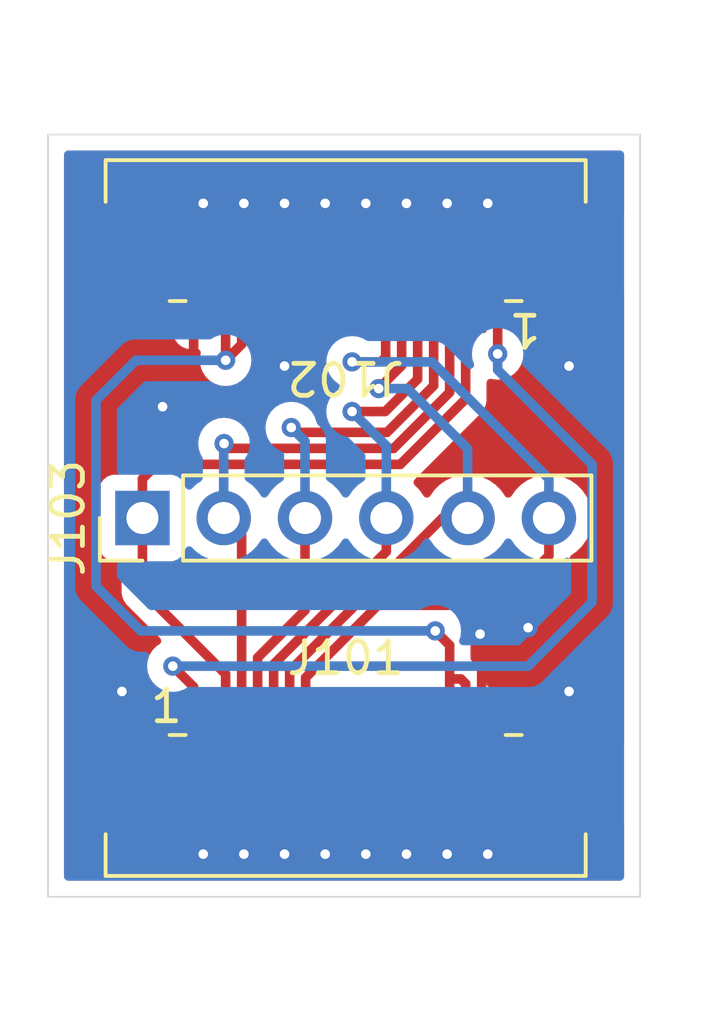
<source format=kicad_pcb>
(kicad_pcb (version 20240108) (generator "pcbnew") (generator_version "8.0")
  (title_block (comment 4 "AISLER Project ID: PWWQFCDG"))
  (layers (0 "F.Cu" signal) (31 "B.Cu" signal) (34 "B.Paste" user) (35 "F.Paste" user) (36 "B.SilkS" user "B.Silkscreen") (37 "F.SilkS" user "F.Silkscreen") (38 "B.Mask" user) (39 "F.Mask" user) (44 "Edge.Cuts" user))
  (net 0 "")
  (net 2 "GND")
  (net 3 "/QSPI_CS")
  (net 6 "/~{PD}")
  (net 7 "/SPI_MISO")
  (net 8 "+5V")
  (net 9 "/~{INT}")
  (net 10 "+3V3")
  (net 12 "/SPI_MOSI")
  (net 13 "/QSPI_CLK")
  (footprint "mylib_connector:FPC_BOTTOM_20POS_Würth_68712014522" (layer "F.Cu") (at 140.8 78.8 180)
    (property "Reference" "J102" (at 0 -2 180) (layer "F.SilkS"))
    (property "Value" "Conn_01x20")
    (fp_line (start 7.5 4.8) (end 7.5 3.5) (stroke (width 0.12)) (layer "F.SilkS"))
    (fp_line (start 5 0.4) (end 5.5 0.4) (stroke (width 0.12)) (layer "F.SilkS"))
    (fp_line (start -5.5 0.4) (end -5 0.4) (stroke (width 0.12)) (layer "F.SilkS"))
    (fp_line (start -7.5 4.8) (end 7.5 4.8) (stroke (width 0.12)) (layer "F.SilkS"))
    (fp_line (start -7.5 4.8) (end -7.5 3.5) (stroke (width 0.12)) (layer "F.SilkS"))
    (fp_text user "1" (at -5.6 -0.5 180) (layer "F.SilkS"))
    (pad "" smd roundrect (at -6.68 1.9 180) (size 2.7 3) (layers "F.Cu" "F.Paste" "F.Mask"))
    (pad "" smd roundrect (at 6.68 1.9 180) (size 2.7 3) (layers "F.Cu" "F.Paste" "F.Mask"))
    (pad "1" smd roundrect (at -4.75 0 180) (size 0.3 1.2) (layers "F.Cu" "F.Paste" "F.Mask") (net 10 "+3V3"))
    (pad "2" smd roundrect (at -4.25 0 180) (size 0.3 1.2) (layers "F.Cu" "F.Paste" "F.Mask") (net 2 "GND"))
    (pad "3" smd roundrect (at -3.75 0 180) (size 0.3 1.2) (layers "F.Cu" "F.Paste" "F.Mask") (net 13 "/QSPI_CLK"))
    (pad "4" smd roundrect (at -3.25 0 180) (size 0.3 1.2) (layers "F.Cu" "F.Paste" "F.Mask") (net 7 "/SPI_MISO"))
    (pad "5" smd roundrect (at -2.75 0 180) (size 0.3 1.2) (layers "F.Cu" "F.Paste" "F.Mask") (net 12 "/SPI_MOSI"))
    (pad "6" smd roundrect (at -2.25 0 180) (size 0.3 1.2) (layers "F.Cu" "F.Paste" "F.Mask") (net 3 "/QSPI_CS"))
    (pad "7" smd roundrect (at -1.75 0 180) (size 0.3 1.2) (layers "F.Cu" "F.Paste" "F.Mask") (net 9 "/~{INT}"))
    (pad "8" smd roundrect (at -1.25 0 180) (size 0.3 1.2) (layers "F.Cu" "F.Paste" "F.Mask") (net 6 "/~{PD}"))
    (pad "9" smd roundrect (at -0.75 0 180) (size 0.3 1.2) (layers "F.Cu" "F.Paste" "F.Mask"))
    (pad "10" smd roundrect (at -0.25 0 180) (size 0.3 1.2) (layers "F.Cu" "F.Paste" "F.Mask"))
    (pad "11" smd roundrect (at 0.25 0 180) (size 0.3 1.2) (layers "F.Cu" "F.Paste" "F.Mask"))
    (pad "12" smd roundrect (at 0.75 0 180) (size 0.3 1.2) (layers "F.Cu" "F.Paste" "F.Mask"))
    (pad "13" smd roundrect (at 1.25 0 180) (size 0.3 1.2) (layers "F.Cu" "F.Paste" "F.Mask"))
    (pad "14" smd roundrect (at 1.75 0 180) (size 0.3 1.2) (layers "F.Cu" "F.Paste" "F.Mask"))
    (pad "15" smd roundrect (at 2.25 0 180) (size 0.3 1.2) (layers "F.Cu" "F.Paste" "F.Mask"))
    (pad "16" smd roundrect (at 2.75 0 180) (size 0.3 1.2) (layers "F.Cu" "F.Paste" "F.Mask"))
    (pad "17" smd roundrect (at 3.25 0 180) (size 0.3 1.2) (layers "F.Cu" "F.Paste" "F.Mask") (net 8 "+5V"))
    (pad "18" smd roundrect (at 3.75 0 180) (size 0.3 1.2) (layers "F.Cu" "F.Paste" "F.Mask") (net 8 "+5V"))
    (pad "19" smd roundrect (at 4.25 0 180) (size 0.3 1.2) (layers "F.Cu" "F.Paste" "F.Mask") (net 2 "GND"))
    (pad "20" smd roundrect (at 4.75 0 180) (size 0.3 1.2) (layers "F.Cu" "F.Paste" "F.Mask") (net 2 "GND"))
  )
  (footprint "Connector_PinHeader_2.54mm:PinHeader_1x06_P2.54mm_Vertical" (layer "F.Cu") (at 134.45 85.175 90)
    (property "Reference" "J103" (at 0 -2.33 90) (layer "F.SilkS"))
    (property "Value" "Conn_01x06")
    (fp_line (start -1.33 -1.33) (end 0 -1.33) (stroke (width 0.12)) (layer "F.SilkS"))
    (fp_line (start -1.33 0) (end -1.33 -1.33) (stroke (width 0.12)) (layer "F.SilkS"))
    (fp_line (start 1.33 1.27) (end 1.33 14.03) (stroke (width 0.12)) (layer "F.SilkS"))
    (fp_line (start -1.33 1.27) (end 1.33 1.27) (stroke (width 0.12)) (layer "F.SilkS"))
    (fp_line (start -1.33 1.27) (end -1.33 14.03) (stroke (width 0.12)) (layer "F.SilkS"))
    (fp_line (start -1.33 14.03) (end 1.33 14.03) (stroke (width 0.12)) (layer "F.SilkS"))
    (pad "1" thru_hole rect (at 0 0 90) (size 1.7 1.7) (drill 1) (layers "*.Cu" "*.Mask") (net 13 "/QSPI_CLK"))
    (pad "2" thru_hole oval (at 0 2.54 90) (size 1.7 1.7) (drill 1) (layers "*.Cu" "*.Mask") (net 7 "/SPI_MISO"))
    (pad "3" thru_hole oval (at 0 5.08 90) (size 1.7 1.7) (drill 1) (layers "*.Cu" "*.Mask") (net 12 "/SPI_MOSI"))
    (pad "4" thru_hole oval (at 0 7.62 90) (size 1.7 1.7) (drill 1) (layers "*.Cu" "*.Mask") (net 3 "/QSPI_CS"))
    (pad "5" thru_hole oval (at 0 10.16 90) (size 1.7 1.7) (drill 1) (layers "*.Cu" "*.Mask") (net 9 "/~{INT}"))
    (pad "6" thru_hole oval (at 0 12.7 90) (size 1.7 1.7) (drill 1) (layers "*.Cu" "*.Mask") (net 6 "/~{PD}"))
  )
  (footprint "mylib_connector:FPC_BOTTOM_20POS_Würth_68712014522" (layer "F.Cu") (at 140.8 91.55)
    (property "Reference" "J101" (at 0 -2 0) (layer "F.SilkS"))
    (property "Value" "Conn_01x20")
    (fp_line (start -7.5 4.8) (end -7.5 3.5) (stroke (width 0.12)) (layer "F.SilkS"))
    (fp_line (start -7.5 4.8) (end 7.5 4.8) (stroke (width 0.12)) (layer "F.SilkS"))
    (fp_line (start -5.5 0.4) (end -5 0.4) (stroke (width 0.12)) (layer "F.SilkS"))
    (fp_line (start 5 0.4) (end 5.5 0.4) (stroke (width 0.12)) (layer "F.SilkS"))
    (fp_line (start 7.5 4.8) (end 7.5 3.5) (stroke (width 0.12)) (layer "F.SilkS"))
    (fp_text user "1" (at -5.6 -0.5 0) (layer "F.SilkS"))
    (pad "" smd roundrect (at -6.68 1.9) (size 2.7 3) (layers "F.Cu" "F.Paste" "F.Mask"))
    (pad "" smd roundrect (at 6.68 1.9) (size 2.7 3) (layers "F.Cu" "F.Paste" "F.Mask"))
    (pad "1" smd roundrect (at -4.75 0) (size 0.3 1.2) (layers "F.Cu" "F.Paste" "F.Mask") (net 10 "+3V3"))
    (pad "2" smd roundrect (at -4.25 0) (size 0.3 1.2) (layers "F.Cu" "F.Paste" "F.Mask") (net 2 "GND"))
    (pad "3" smd roundrect (at -3.75 0) (size 0.3 1.2) (layers "F.Cu" "F.Paste" "F.Mask") (net 13 "/QSPI_CLK"))
    (pad "4" smd roundrect (at -3.25 0) (size 0.3 1.2) (layers "F.Cu" "F.Paste" "F.Mask") (net 7 "/SPI_MISO"))
    (pad "5" smd roundrect (at -2.75 0) (size 0.3 1.2) (layers "F.Cu" "F.Paste" "F.Mask") (net 12 "/SPI_MOSI"))
    (pad "6" smd roundrect (at -2.25 0) (size 0.3 1.2) (layers "F.Cu" "F.Paste" "F.Mask") (net 3 "/QSPI_CS"))
    (pad "7" smd roundrect (at -1.75 0) (size 0.3 1.2) (layers "F.Cu" "F.Paste" "F.Mask") (net 9 "/~{INT}"))
    (pad "8" smd roundrect (at -1.25 0) (size 0.3 1.2) (layers "F.Cu" "F.Paste" "F.Mask") (net 6 "/~{PD}"))
    (pad "9" smd roundrect (at -0.75 0) (size 0.3 1.2) (layers "F.Cu" "F.Paste" "F.Mask"))
    (pad "10" smd roundrect (at -0.25 0) (size 0.3 1.2) (layers "F.Cu" "F.Paste" "F.Mask"))
    (pad "11" smd roundrect (at 0.25 0) (size 0.3 1.2) (layers "F.Cu" "F.Paste" "F.Mask"))
    (pad "12" smd roundrect (at 0.75 0) (size 0.3 1.2) (layers "F.Cu" "F.Paste" "F.Mask"))
    (pad "13" smd roundrect (at 1.25 0) (size 0.3 1.2) (layers "F.Cu" "F.Paste" "F.Mask"))
    (pad "14" smd roundrect (at 1.75 0) (size 0.3 1.2) (layers "F.Cu" "F.Paste" "F.Mask"))
    (pad "15" smd roundrect (at 2.25 0) (size 0.3 1.2) (layers "F.Cu" "F.Paste" "F.Mask"))
    (pad "16" smd roundrect (at 2.75 0) (size 0.3 1.2) (layers "F.Cu" "F.Paste" "F.Mask"))
    (pad "17" smd roundrect (at 3.25 0) (size 0.3 1.2) (layers "F.Cu" "F.Paste" "F.Mask") (net 8 "+5V"))
    (pad "18" smd roundrect (at 3.75 0) (size 0.3 1.2) (layers "F.Cu" "F.Paste" "F.Mask") (net 8 "+5V"))
    (pad "19" smd roundrect (at 4.25 0) (size 0.3 1.2) (layers "F.Cu" "F.Paste" "F.Mask") (net 2 "GND"))
    (pad "20" smd roundrect (at 4.75 0) (size 0.3 1.2) (layers "F.Cu" "F.Paste" "F.Mask") (net 2 "GND"))
  )
  (gr_rect (start 131.5 73.2) (end 150 97) (stroke (width 0.05)) (fill none) (layer "Edge.Cuts"))
  (segment (start 145.05 77.55) (end 145.05 78.8) (width 0.3) (layer "F.Cu") (net 2))
  (segment (start 145.05 91.55) (end 145.05 93.95) (width 0.3) (layer "F.Cu") (net 2))
  (segment (start 145.05 93.95) (end 145 94) (width 0.3) (layer "F.Cu") (net 2))
  (segment (start 136.55 93.55) (end 137 94) (width 0.3) (layer "F.Cu") (net 2))
  (segment (start 145.05 88.85) (end 145 88.8) (width 0.3) (layer "F.Cu") (net 2))
  (segment (start 145.55 91.55) (end 145.55 89.55) (width 0.3) (layer "F.Cu") (net 2))
  (segment (start 136.55 91.55) (end 136.55 93.55) (width 0.3) (layer "F.Cu") (net 2))
  (segment (start 145 94) (end 145.55 93.45) (width 0.3) (layer "F.Cu") (net 2))
  (segment (start 137 94) (end 145 94) (width 0.3) (layer "F.Cu") (net 2))
  (segment (start 136.05 77.45) (end 136.5 77) (width 0.3) (layer "F.Cu") (net 2))
  (segment (start 136.05 78.8) (end 136.05 77.45) (width 0.3) (layer "F.Cu") (net 2))
  (segment (start 145.55 89.55) (end 146.5 88.6) (width 0.3) (layer "F.Cu") (net 2))
  (segment (start 136.55 78.8) (end 136.55 77.05) (width 0.3) (layer "F.Cu") (net 2))
  (segment (start 145.55 93.45) (end 145.55 91.55) (width 0.3) (layer "F.Cu") (net 2))
  (segment (start 144.5 77) (end 145.05 77.55) (width 0.3) (layer "F.Cu") (net 2))
  (segment (start 136.5 77) (end 144.5 77) (width 0.3) (layer "F.Cu") (net 2))
  (segment (start 136.55 77.05) (end 136.5 77) (width 0.3) (layer "F.Cu") (net 2))
  (segment (start 145.05 91.55) (end 145.05 88.85) (width 0.3) (layer "F.Cu") (net 2))
  (via (at 142.7 95.67) (size 0.6) (drill 0.3) (layers "F.Cu" "B.Cu") (net 2))
  (via (at 146.5 88.6) (size 0.6) (drill 0.3) (layers "F.Cu" "B.Cu") (net 2))
  (via (at 145 88.8) (size 0.6) (drill 0.3) (layers "F.Cu" "B.Cu") (net 2))
  (via (at 140.16 75.35) (size 0.6) (drill 0.3) (layers "F.Cu" "B.Cu") (net 2))
  (via (at 138.89 95.67) (size 0.6) (drill 0.3) (layers "F.Cu" "B.Cu") (net 2))
  (via (at 143.97 95.67) (size 0.6) (drill 0.3) (layers "F.Cu" "B.Cu") (net 2))
  (via (at 141.43 95.67) (size 0.6) (drill 0.3) (layers "F.Cu" "B.Cu") (net 2))
  (via (at 138.89 80.43) (size 0.6) (drill 0.3) (layers "F.Cu" "B.Cu") (net 2))
  (via (at 138.89 75.35) (size 0.6) (drill 0.3) (layers "F.Cu" "B.Cu") (net 2))
  (via (at 137.62 75.35) (size 0.6) (drill 0.3) (layers "F.Cu" "B.Cu") (net 2))
  (via (at 145.24 75.35) (size 0.6) (drill 0.3) (layers "F.Cu" "B.Cu") (net 2))
  (via (at 147.78 90.59) (size 0.6) (drill 0.3) (layers "F.Cu" "B.Cu") (net 2))
  (via (at 145.24 95.67) (size 0.6) (drill 0.3) (layers "F.Cu" "B.Cu") (net 2))
  (via (at 133.81 90.59) (size 0.6) (drill 0.3) (layers "F.Cu" "B.Cu") (net 2))
  (via (at 142.7 75.35) (size 0.6) (drill 0.3) (layers "F.Cu" "B.Cu") (net 2))
  (via (at 137.62 95.67) (size 0.6) (drill 0.3) (layers "F.Cu" "B.Cu") (net 2))
  (via (at 140.16 95.67) (size 0.6) (drill 0.3) (layers "F.Cu" "B.Cu") (net 2))
  (via (at 135.08 81.7) (size 0.6) (drill 0.3) (layers "F.Cu" "B.Cu") (net 2))
  (via (at 141.43 75.35) (size 0.6) (drill 0.3) (layers "F.Cu" "B.Cu") (net 2))
  (via (at 147.78 80.43) (size 0.6) (drill 0.3) (layers "F.Cu" "B.Cu") (net 2))
  (via (at 136.35 95.67) (size 0.6) (drill 0.3) (layers "F.Cu" "B.Cu") (net 2))
  (via (at 136.35 75.35) (size 0.6) (drill 0.3) (layers "F.Cu" "B.Cu") (net 2))
  (via (at 143.97 75.35) (size 0.6) (drill 0.3) (layers "F.Cu" "B.Cu") (net 2))
  (segment (start 143.05 80.835788) (end 143.05 78.8) (width 0.3) (layer "F.Cu") (net 3))
  (segment (start 142.035788 81.85) (end 143.05 80.835788) (width 0.3) (layer "F.Cu") (net 3))
  (segment (start 142.07 86.222893) (end 142.07 85.175) (width 0.3) (layer "F.Cu") (net 3))
  (segment (start 141 81.85) (end 142.035788 81.85) (width 0.3) (layer "F.Cu") (net 3))
  (segment (start 138.55 91.55) (end 138.55 89.742893) (width 0.3) (layer "F.Cu") (net 3))
  (segment (start 138.55 89.742893) (end 142.07 86.222893) (width 0.3) (layer "F.Cu") (net 3))
  (via (at 141 81.85) (size 0.6) (drill 0.3) (layers "F.Cu" "B.Cu") (net 3))
  (segment (start 141 81.85) (end 142.07 82.92) (width 0.3) (layer "B.Cu") (net 3))
  (segment (start 142.07 82.92) (end 142.07 85.175) (width 0.3) (layer "B.Cu") (net 3))
  (segment (start 139.55 90.157106) (end 141.807106 87.9) (width 0.3) (layer "F.Cu") (net 6))
  (segment (start 145.6 87.9) (end 147.15 86.35) (width 0.3) (layer "F.Cu") (net 6))
  (segment (start 141 80.3) (end 141.9 80.3) (width 0.3) (layer "F.Cu") (net 6))
  (segment (start 147.15 86.35) (end 147.15 85.175) (width 0.3) (layer "F.Cu") (net 6))
  (segment (start 142.05 80.15) (end 142.05 78.8) (width 0.3) (layer "F.Cu") (net 6))
  (segment (start 141.807106 87.9) (end 145.6 87.9) (width 0.3) (layer "F.Cu") (net 6))
  (segment (start 141.9 80.3) (end 142.05 80.15) (width 0.3) (layer "F.Cu") (net 6))
  (segment (start 139.55 91.55) (end 139.55 90.157106) (width 0.3) (layer "F.Cu") (net 6))
  (via (at 141 80.3) (size 0.6) (drill 0.3) (layers "F.Cu" "B.Cu") (net 6))
  (segment (start 147.15 83.95) (end 143.7 80.5) (width 0.3) (layer "B.Cu") (net 6))
  (segment (start 147.15 85.175) (end 147.15 83.95) (width 0.3) (layer "B.Cu") (net 6))
  (segment (start 143.7 80.5) (end 143.5 80.3) (width 0.3) (layer "B.Cu") (net 6))
  (segment (start 143.5 80.3) (end 141 80.3) (width 0.3) (layer "B.Cu") (net 6))
  (segment (start 137.55 91.55) (end 137.55 85.735) (width 0.3) (layer "F.Cu") (net 7))
  (segment (start 137.15 83) (end 142.3 83) (width 0.3) (layer "F.Cu") (net 7))
  (segment (start 144.05 81.25) (end 144.05 78.8) (width 0.3) (layer "F.Cu") (net 7))
  (segment (start 142.3 83) (end 144.05 81.25) (width 0.3) (layer "F.Cu") (net 7))
  (segment (start 137 82.85) (end 137.15 83) (width 0.3) (layer "F.Cu") (net 7))
  (segment (start 137.55 85.735) (end 136.99 85.175) (width 0.3) (layer "F.Cu") (net 7))
  (via (at 137 82.85) (size 0.6) (drill 0.3) (layers "F.Cu" "B.Cu") (net 7))
  (segment (start 136.99 85.175) (end 136.99 82.86) (width 0.3) (layer "B.Cu") (net 7))
  (segment (start 136.99 82.86) (end 137 82.85) (width 0.3) (layer "B.Cu") (net 7))
  (segment (start 137.05 80.25) (end 137.05 78.8) (width 0.3) (layer "F.Cu") (net 8))
  (segment (start 144.4 90.2) (end 144.05 90.2) (width 0.3) (layer "F.Cu") (net 8))
  (segment (start 137.55 78.8) (end 137.55 79.75) (width 0.3) (layer "F.Cu") (net 8))
  (segment (start 144.55 91.55) (end 144.55 90.35) (width 0.3) (layer "F.Cu") (net 8))
  (segment (start 143.6 88.7) (end 144.05 89.15) (width 0.3) (layer "F.Cu") (net 8))
  (segment (start 144.55 90.35) (end 144.4 90.2) (width 0.3) (layer "F.Cu") (net 8))
  (segment (start 137.55 79.75) (end 137.05 80.25) (width 0.3) (layer "F.Cu") (net 8))
  (segment (start 144.05 91.55) (end 144.05 90.2) (width 0.3) (layer "F.Cu") (net 8))
  (segment (start 144.05 89.15) (end 144.05 90.2) (width 0.3) (layer "F.Cu") (net 8))
  (via (at 143.6 88.7) (size 0.6) (drill 0.3) (layers "F.Cu" "B.Cu") (net 8))
  (via (at 137.05 80.25) (size 0.6) (drill 0.3) (layers "F.Cu" "B.Cu") (net 8))
  (segment (start 134.25 80.25) (end 133 81.5) (width 0.3) (layer "B.Cu") (net 8))
  (segment (start 137.05 80.25) (end 134.25 80.25) (width 0.3) (layer "B.Cu") (net 8))
  (segment (start 134.4 88.7) (end 143.6 88.7) (width 0.3) (layer "B.Cu") (net 8))
  (segment (start 133 87.3) (end 134.4 88.7) (width 0.3) (layer "B.Cu") (net 8))
  (segment (start 133 81.5) (end 133 87.3) (width 0.3) (layer "B.Cu") (net 8))
  (segment (start 139.05 89.95) (end 143.825 85.175) (width 0.3) (layer "F.Cu") (net 9))
  (segment (start 139.05 91.55) (end 139.05 89.95) (width 0.3) (layer "F.Cu") (net 9))
  (segment (start 142.55 80.416548) (end 142.55 78.8) (width 0.3) (layer "F.Cu") (net 9))
  (segment (start 141.833274 81.133274) (end 142.55 80.416548) (width 0.3) (layer "F.Cu") (net 9))
  (segment (start 143.825 85.175) (end 144.61 85.175) (width 0.3) (layer "F.Cu") (net 9))
  (via (at 141.833274 81.133274) (size 0.6) (drill 0.3) (layers "F.Cu" "B.Cu") (net 9))
  (segment (start 144.61 83.01) (end 144.61 85.175) (width 0.3) (layer "B.Cu") (net 9))
  (segment (start 142.733274 81.133274) (end 144.61 83.01) (width 0.3) (layer "B.Cu") (net 9))
  (segment (start 141.833274 81.133274) (end 142.733274 81.133274) (width 0.3) (layer "B.Cu") (net 9))
  (segment (start 136.05 91.55) (end 136.05 90.45) (width 0.3) (layer "F.Cu") (net 10))
  (segment (start 136.05 90.45) (end 135.4 89.8) (width 0.3) (layer "F.Cu") (net 10))
  (segment (start 145.55 80.05) (end 145.55 78.8) (width 0.3) (layer "F.Cu") (net 10))
  (via (at 135.4 89.8) (size 0.6) (drill 0.3) (layers "F.Cu" "B.Cu") (net 10))
  (via (at 145.55 80.05) (size 0.6) (drill 0.3) (layers "F.Cu" "B.Cu") (net 10))
  (segment (start 148.5 87.8) (end 148.5 83.5) (width 0.3) (layer "B.Cu") (net 10))
  (segment (start 145.55 80.55) (end 145.55 80.05) (width 0.3) (layer "B.Cu") (net 10))
  (segment (start 146.5 89.8) (end 148.5 87.8) (width 0.3) (layer "B.Cu") (net 10))
  (segment (start 148.5 83.5) (end 145.55 80.55) (width 0.3) (layer "B.Cu") (net 10))
  (segment (start 135.4 89.8) (end 146.5 89.8) (width 0.3) (layer "B.Cu") (net 10))
  (segment (start 143.55 81.042894) (end 143.55 78.8) (width 0.3) (layer "F.Cu") (net 12))
  (segment (start 139.53 88.055787) (end 139.53 85.175) (width 0.3) (layer "F.Cu") (net 12))
  (segment (start 138.05 89.535787) (end 139.53 88.055787) (width 0.3) (layer "F.Cu") (net 12))
  (segment (start 138.05 91.55) (end 138.05 89.535787) (width 0.3) (layer "F.Cu") (net 12))
  (segment (start 139.25 82.5) (end 142.092894 82.5) (width 0.3) (layer "F.Cu") (net 12))
  (segment (start 139.1 82.35) (end 139.25 82.5) (width 0.3) (layer "F.Cu") (net 12))
  (segment (start 142.092894 82.5) (end 143.55 81.042894) (width 0.3) (layer "F.Cu") (net 12))
  (via (at 139.1 82.35) (size 0.6) (drill 0.3) (layers "F.Cu" "B.Cu") (net 12))
  (segment (start 139.53 85.175) (end 139.53 82.78) (width 0.3) (layer "B.Cu") (net 12))
  (segment (start 139.53 82.78) (end 139.1 82.35) (width 0.3) (layer "B.Cu") (net 12))
  (segment (start 137.05 91.55) (end 137.05 90.05) (width 0.3) (layer "F.Cu") (net 13))
  (segment (start 134.45 87.45) (end 134.45 85.175) (width 0.3) (layer "F.Cu") (net 13))
  (segment (start 134.9 83.5) (end 142.507107 83.5) (width 0.3) (layer "F.Cu") (net 13))
  (segment (start 142.507107 83.5) (end 144.55 81.457107) (width 0.3) (layer "F.Cu") (net 13))
  (segment (start 137.05 90.05) (end 134.45 87.45) (width 0.3) (layer "F.Cu") (net 13))
  (segment (start 134.45 85.175) (end 134.45 83.95) (width 0.3) (layer "F.Cu") (net 13))
  (segment (start 134.45 83.95) (end 134.9 83.5) (width 0.3) (layer "F.Cu") (net 13))
  (segment (start 144.55 81.457107) (end 144.55 78.8) (width 0.3) (layer "F.Cu") (net 13))
  (zone (net 2) (net_name "GND") (layers "F&B.Cu") (connect_pads (clearance 0.5)) (min_thickness 0.25) (fill yes (thermal_gap 0.5) (thermal_bridge_width 0.5))
    (polygon (pts (xy 130 69) (xy 152 69) (xy 152 101) (xy 130 101)))
  )
)
</source>
